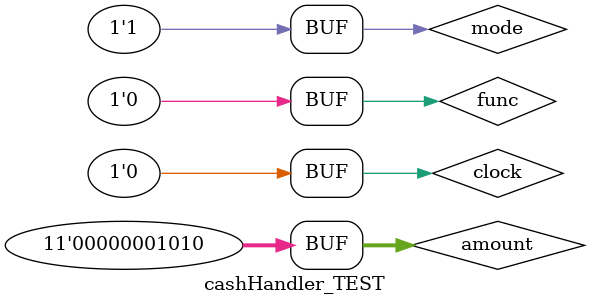
<source format=v>
`timescale 1ns/1ps
`timescale 1ns/1ps

module cashHandler_TEST;

    // Inputs
    reg clock;
    reg mode;
    reg func;
    reg [10:0] amount;

    // Outputs
    wire res;

    // Instantiate the Unit Under Test (UUT)
    cashHandler uut(
        .clock(clock),
        .mode(mode),
        .func(func),
        .amount(amount),
        .res(res)
    );

    initial begin
        // Initialize Inputs
        clock = 0;
        mode = 0;
        func = 0;
        amount = 0;

        // Wait 100 ns for global reset to finish
        // for customer mode
        #100;
        //purchase
        clock = 1;
        mode = 0;
        func = 0;
        amount = 4'b011;
        #100;
        clock = 0;
        #100;
        clock = 1;
//		// charge customer
        func = 1;
        amount = 4'b0111;
        #100;
        clock = 0;
        #100;
        // machine mode
        clock = 1;
        //recive money
        mode = 1;
        func = 1;
		amount = 4'b1010;
        #100;
        clock = 0;
        #100;
        //charge machine money
        mode = 1;
        func = 0;
		amount = 4'b1010;
        #100;
        clock = 1;
        #100;
        clock = 0;

        // Add stimulus here

    end

endmodule


</source>
